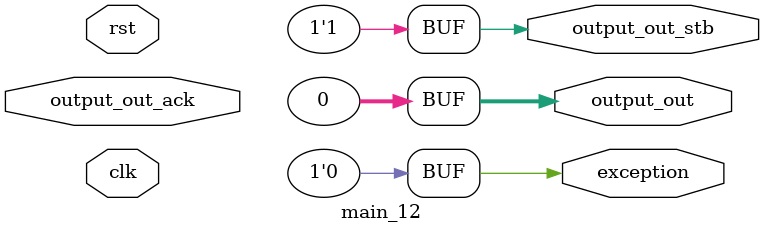
<source format=v>
module main_12 (output_out_ack,clk,rst,output_out,output_out_stb,exception);
  input output_out_ack;
  input clk;
  input rst;
  output [31:0] output_out;
  output output_out_stb;
  output exception;

  assign output_out = 0;
  assign output_out_stb = 1;
  assign exception = 0;
endmodule
</source>
